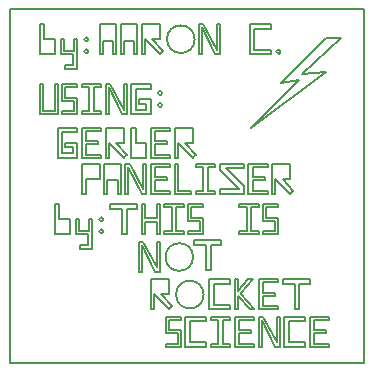
<source format=gko>
G04 #@! TF.FileFunction,Profile,NP*
%FSLAX46Y46*%
G04 Gerber Fmt 4.6, Leading zero omitted, Abs format (unit mm)*
G04 Created by KiCad (PCBNEW 4.0.7-e2-6376~58~ubuntu16.04.1) date Sat Jan 13 11:54:52 2018*
%MOMM*%
%LPD*%
G01*
G04 APERTURE LIST*
%ADD10C,0.100000*%
%ADD11C,0.150000*%
G04 APERTURE END LIST*
D10*
D11*
X156337000Y-93853000D02*
X155067000Y-93853000D01*
X153035000Y-96901000D02*
X156337000Y-93853000D01*
X155067000Y-96774000D02*
X153035000Y-96901000D01*
X154686000Y-97028000D02*
X155067000Y-96774000D01*
X148717000Y-101473000D02*
X154686000Y-97028000D01*
X152781000Y-97409000D02*
X148717000Y-101473000D01*
X151257000Y-97663000D02*
X152781000Y-97409000D01*
X155067000Y-93853000D02*
X151257000Y-97663000D01*
X151182605Y-95048605D02*
G75*
G03X151182605Y-95048605I-179605J0D01*
G01*
X150368000Y-95250000D02*
X150241000Y-95250000D01*
X150368000Y-94869000D02*
X150241000Y-94869000D01*
X150368000Y-95250000D02*
X150368000Y-94869000D01*
X150241000Y-94869000D02*
X148971000Y-94869000D01*
X148590000Y-95250000D02*
X150241000Y-95250000D01*
X148971000Y-94742000D02*
X148971000Y-94869000D01*
X150241000Y-92710000D02*
X148590000Y-92710000D01*
X148590000Y-92710000D02*
X148590000Y-95250000D01*
X148971000Y-93091000D02*
X148971000Y-94742000D01*
X150368000Y-93091000D02*
X150368000Y-92710000D01*
X150241000Y-93091000D02*
X148971000Y-93091000D01*
X150368000Y-93091000D02*
X150241000Y-93091000D01*
X150368000Y-92710000D02*
X150241000Y-92710000D01*
X151003000Y-108204000D02*
X151003000Y-107950000D01*
X149987000Y-109093000D02*
X149987000Y-108204000D01*
X149987000Y-108204000D02*
X151003000Y-108204000D01*
X151003000Y-107950000D02*
X149733000Y-107950000D01*
X149733000Y-107950000D02*
X149733000Y-109347000D01*
X151003000Y-109093000D02*
X149987000Y-109093000D01*
X149733000Y-109347000D02*
X150749000Y-109347000D01*
X150749000Y-109347000D02*
X150749000Y-110236000D01*
X150749000Y-110236000D02*
X149733000Y-110236000D01*
X151003000Y-110490000D02*
X151003000Y-109093000D01*
X149733000Y-110490000D02*
X151003000Y-110490000D01*
X149733000Y-110236000D02*
X149733000Y-110490000D01*
X144653000Y-107950000D02*
X143383000Y-107950000D01*
X144653000Y-109093000D02*
X143637000Y-109093000D01*
X143383000Y-109347000D02*
X144399000Y-109347000D01*
X143637000Y-108204000D02*
X144653000Y-108204000D01*
X144653000Y-108204000D02*
X144653000Y-107950000D01*
X143383000Y-110236000D02*
X143383000Y-110490000D01*
X144399000Y-110236000D02*
X143383000Y-110236000D01*
X143383000Y-110490000D02*
X144653000Y-110490000D01*
X144653000Y-110490000D02*
X144653000Y-109093000D01*
X144399000Y-109347000D02*
X144399000Y-110236000D01*
X143637000Y-109093000D02*
X143637000Y-108204000D01*
X143383000Y-107950000D02*
X143383000Y-109347000D01*
X154051000Y-118618000D02*
X155067000Y-118618000D01*
X155067000Y-118618000D02*
X155067000Y-118872000D01*
X155067000Y-118872000D02*
X154051000Y-118872000D01*
X154051000Y-118872000D02*
X154051000Y-119761000D01*
X155321000Y-117475000D02*
X153670000Y-117475000D01*
X155321000Y-117729000D02*
X155321000Y-117475000D01*
X155321000Y-119761000D02*
X155321000Y-120015000D01*
X153670000Y-120015000D02*
X155321000Y-120015000D01*
X155321000Y-119761000D02*
X154051000Y-119761000D01*
X154051000Y-117729000D02*
X154051000Y-118618000D01*
X154051000Y-117729000D02*
X155321000Y-117729000D01*
X153670000Y-117475000D02*
X153670000Y-120015000D01*
X153162000Y-119634000D02*
X151892000Y-119634000D01*
X153289000Y-120015000D02*
X153162000Y-120015000D01*
X153289000Y-119634000D02*
X153162000Y-119634000D01*
X153289000Y-120015000D02*
X153289000Y-119634000D01*
X151511000Y-120015000D02*
X153162000Y-120015000D01*
X153162000Y-117475000D02*
X151511000Y-117475000D01*
X151511000Y-117475000D02*
X151511000Y-120015000D01*
X151892000Y-117856000D02*
X151892000Y-119507000D01*
X151892000Y-119507000D02*
X151892000Y-119634000D01*
X153289000Y-117475000D02*
X153162000Y-117475000D01*
X153289000Y-117856000D02*
X153162000Y-117856000D01*
X153289000Y-117856000D02*
X153289000Y-117475000D01*
X153162000Y-117856000D02*
X151892000Y-117856000D01*
X150749000Y-120015000D02*
X151130000Y-120015000D01*
X151130000Y-120015000D02*
X151130000Y-117475000D01*
X150876000Y-117475000D02*
X150876000Y-119634000D01*
X149352000Y-120015000D02*
X149606000Y-120015000D01*
X149352000Y-120015000D02*
X149352000Y-117475000D01*
X149606000Y-117729000D02*
X150749000Y-120015000D01*
X149606000Y-120015000D02*
X149606000Y-117729000D01*
X150876000Y-119634000D02*
X149733000Y-117475000D01*
X151130000Y-117475000D02*
X150876000Y-117475000D01*
X149733000Y-117475000D02*
X149606000Y-117475000D01*
X149352000Y-117475000D02*
X149606000Y-117475000D01*
X148971000Y-119761000D02*
X147701000Y-119761000D01*
X148971000Y-119761000D02*
X148971000Y-120015000D01*
X147701000Y-118872000D02*
X147701000Y-119761000D01*
X148717000Y-118872000D02*
X147701000Y-118872000D01*
X148717000Y-118618000D02*
X148717000Y-118872000D01*
X147320000Y-120015000D02*
X148971000Y-120015000D01*
X148971000Y-117729000D02*
X148971000Y-117475000D01*
X147701000Y-117729000D02*
X148971000Y-117729000D01*
X147701000Y-117729000D02*
X147701000Y-118618000D01*
X147701000Y-118618000D02*
X148717000Y-118618000D01*
X148971000Y-117475000D02*
X147320000Y-117475000D01*
X147320000Y-117475000D02*
X147320000Y-120015000D01*
X146939000Y-120015000D02*
X146939000Y-119761000D01*
X146939000Y-119761000D02*
X146304000Y-119761000D01*
X145288000Y-120015000D02*
X146812000Y-120015000D01*
X146812000Y-120015000D02*
X146939000Y-120015000D01*
X146304000Y-117729000D02*
X146939000Y-117729000D01*
X145288000Y-117729000D02*
X145923000Y-117729000D01*
X146939000Y-117729000D02*
X146939000Y-117475000D01*
X145288000Y-117475000D02*
X145288000Y-117729000D01*
X146939000Y-117475000D02*
X145288000Y-117475000D01*
X145923000Y-117729000D02*
X145923000Y-119761000D01*
X145923000Y-119761000D02*
X145288000Y-119761000D01*
X146304000Y-119761000D02*
X146304000Y-117729000D01*
X145288000Y-119761000D02*
X145288000Y-120015000D01*
X143510000Y-119507000D02*
X143510000Y-119634000D01*
X143510000Y-117856000D02*
X143510000Y-119507000D01*
X143129000Y-117475000D02*
X143129000Y-120015000D01*
X144780000Y-119634000D02*
X143510000Y-119634000D01*
X144780000Y-117856000D02*
X143510000Y-117856000D01*
X144780000Y-117475000D02*
X143129000Y-117475000D01*
X143129000Y-120015000D02*
X144780000Y-120015000D01*
X144907000Y-120015000D02*
X144780000Y-120015000D01*
X144907000Y-119634000D02*
X144780000Y-119634000D01*
X144907000Y-117856000D02*
X144780000Y-117856000D01*
X144907000Y-117475000D02*
X144780000Y-117475000D01*
X144907000Y-117856000D02*
X144907000Y-117475000D01*
X144907000Y-120015000D02*
X144907000Y-119634000D01*
X142748000Y-118618000D02*
X141732000Y-118618000D01*
X142748000Y-120015000D02*
X142748000Y-118618000D01*
X141478000Y-120015000D02*
X142748000Y-120015000D01*
X141478000Y-119761000D02*
X141478000Y-120015000D01*
X142748000Y-117475000D02*
X141478000Y-117475000D01*
X142748000Y-117729000D02*
X142748000Y-117475000D01*
X141732000Y-117729000D02*
X142748000Y-117729000D01*
X141732000Y-118618000D02*
X141732000Y-117729000D01*
X142494000Y-119761000D02*
X141478000Y-119761000D01*
X142494000Y-118872000D02*
X142494000Y-119761000D01*
X141478000Y-118872000D02*
X142494000Y-118872000D01*
X141478000Y-117475000D02*
X141478000Y-118872000D01*
X153416000Y-114300000D02*
X153670000Y-114300000D01*
X153670000Y-114427000D02*
X153670000Y-114300000D01*
X151384000Y-114300000D02*
X153416000Y-114300000D01*
X151384000Y-114681000D02*
X151384000Y-114300000D01*
X152400000Y-114681000D02*
X151384000Y-114681000D01*
X152781000Y-116840000D02*
X152400000Y-116840000D01*
X152781000Y-116840000D02*
X152781000Y-114681000D01*
X152400000Y-116840000D02*
X152400000Y-114681000D01*
X153670000Y-114681000D02*
X153670000Y-114427000D01*
X152781000Y-114681000D02*
X153670000Y-114681000D01*
X149733000Y-114554000D02*
X151003000Y-114554000D01*
X149733000Y-115443000D02*
X150749000Y-115443000D01*
X151003000Y-114300000D02*
X149352000Y-114300000D01*
X151003000Y-114554000D02*
X151003000Y-114300000D01*
X149733000Y-114554000D02*
X149733000Y-115443000D01*
X150749000Y-115443000D02*
X150749000Y-115697000D01*
X150749000Y-115697000D02*
X149733000Y-115697000D01*
X149733000Y-115697000D02*
X149733000Y-116586000D01*
X151003000Y-116586000D02*
X151003000Y-116840000D01*
X149352000Y-116840000D02*
X151003000Y-116840000D01*
X151003000Y-116586000D02*
X149733000Y-116586000D01*
X149352000Y-114300000D02*
X149352000Y-116840000D01*
X147828000Y-115570000D02*
X147828000Y-115443000D01*
X148971000Y-116840000D02*
X147828000Y-115570000D01*
X148844000Y-114300000D02*
X147828000Y-115443000D01*
X148717000Y-114300000D02*
X148844000Y-114300000D01*
X148844000Y-116840000D02*
X148971000Y-116840000D01*
X148717000Y-116840000D02*
X148844000Y-116840000D01*
X148590000Y-116840000D02*
X148717000Y-116840000D01*
X148463000Y-114300000D02*
X148717000Y-114300000D01*
X147574000Y-114300000D02*
X147320000Y-114300000D01*
X147574000Y-115316000D02*
X147574000Y-114300000D01*
X148463000Y-114300000D02*
X147574000Y-115316000D01*
X147574000Y-115697000D02*
X148590000Y-116840000D01*
X147574000Y-116840000D02*
X147574000Y-115697000D01*
X147320000Y-116840000D02*
X147574000Y-116840000D01*
X147320000Y-114300000D02*
X147320000Y-116840000D01*
X146939000Y-116840000D02*
X146812000Y-116840000D01*
X146939000Y-116459000D02*
X146812000Y-116459000D01*
X146939000Y-114681000D02*
X146812000Y-114681000D01*
X146939000Y-114300000D02*
X146812000Y-114300000D01*
X146939000Y-114681000D02*
X146939000Y-114300000D01*
X146812000Y-116459000D02*
X145542000Y-116459000D01*
X146939000Y-116840000D02*
X146939000Y-116459000D01*
X145542000Y-116332000D02*
X145542000Y-116459000D01*
X145542000Y-114681000D02*
X145542000Y-116332000D01*
X146812000Y-114681000D02*
X145542000Y-114681000D01*
X145161000Y-116840000D02*
X146812000Y-116840000D01*
X145161000Y-114300000D02*
X145161000Y-116840000D01*
X146812000Y-114300000D02*
X145161000Y-114300000D01*
X144680882Y-115597882D02*
G75*
G03X144680882Y-115597882I-1170882J0D01*
G01*
X141732000Y-116840000D02*
X141859000Y-116713000D01*
X141859000Y-116713000D02*
X141986000Y-116586000D01*
X141986000Y-116586000D02*
X141097000Y-115570000D01*
X141732000Y-115570000D02*
X141732000Y-114300000D01*
X140208000Y-114300000D02*
X140208000Y-116840000D01*
X140462000Y-115570000D02*
X141732000Y-116840000D01*
X141097000Y-115570000D02*
X141732000Y-115570000D01*
X141732000Y-114300000D02*
X140208000Y-114300000D01*
X140462000Y-116840000D02*
X140462000Y-115570000D01*
X140208000Y-116840000D02*
X140462000Y-116840000D01*
X145288000Y-113538000D02*
X145288000Y-111379000D01*
X146177000Y-111379000D02*
X146177000Y-111125000D01*
X146177000Y-111125000D02*
X146177000Y-110998000D01*
X145288000Y-111379000D02*
X146177000Y-111379000D01*
X145923000Y-110998000D02*
X146177000Y-110998000D01*
X143891000Y-110998000D02*
X145923000Y-110998000D01*
X144907000Y-111379000D02*
X143891000Y-111379000D01*
X144907000Y-113538000D02*
X144907000Y-111379000D01*
X145288000Y-113538000D02*
X144907000Y-113538000D01*
X143891000Y-111379000D02*
X143891000Y-110998000D01*
X143791882Y-112422882D02*
G75*
G03X143791882Y-112422882I-1170882J0D01*
G01*
X139192000Y-113665000D02*
X139192000Y-111125000D01*
X139446000Y-113665000D02*
X139446000Y-111379000D01*
X139192000Y-113665000D02*
X139446000Y-113665000D01*
X139192000Y-111125000D02*
X139446000Y-111125000D01*
X139446000Y-111379000D02*
X140589000Y-113665000D01*
X140970000Y-113665000D02*
X140970000Y-111125000D01*
X140589000Y-113665000D02*
X140970000Y-113665000D01*
X140716000Y-113284000D02*
X139573000Y-111125000D01*
X140716000Y-111125000D02*
X140716000Y-113284000D01*
X139573000Y-111125000D02*
X139446000Y-111125000D01*
X140970000Y-111125000D02*
X140716000Y-111125000D01*
X148717000Y-110236000D02*
X148717000Y-108204000D01*
X148336000Y-108204000D02*
X148336000Y-110236000D01*
X149352000Y-110236000D02*
X148717000Y-110236000D01*
X147701000Y-110236000D02*
X147701000Y-110490000D01*
X149225000Y-110490000D02*
X149352000Y-110490000D01*
X148336000Y-110236000D02*
X147701000Y-110236000D01*
X147701000Y-110490000D02*
X149225000Y-110490000D01*
X149352000Y-110490000D02*
X149352000Y-110236000D01*
X148717000Y-108204000D02*
X149352000Y-108204000D01*
X147701000Y-108204000D02*
X148336000Y-108204000D01*
X149352000Y-108204000D02*
X149352000Y-107950000D01*
X149352000Y-107950000D02*
X147701000Y-107950000D01*
X147701000Y-107950000D02*
X147701000Y-108204000D01*
X139700000Y-107950000D02*
X139446000Y-107950000D01*
X139700000Y-109093000D02*
X139700000Y-107950000D01*
X140716000Y-109093000D02*
X139700000Y-109093000D01*
X140716000Y-107950000D02*
X140716000Y-109093000D01*
X140970000Y-107950000D02*
X140716000Y-107950000D01*
X140970000Y-110490000D02*
X140970000Y-107950000D01*
X140716000Y-110490000D02*
X140970000Y-110490000D01*
X140716000Y-109474000D02*
X140716000Y-110490000D01*
X139700000Y-109474000D02*
X140716000Y-109474000D01*
X139700000Y-110490000D02*
X139700000Y-109474000D01*
X139446000Y-110490000D02*
X139700000Y-110490000D01*
X139446000Y-107950000D02*
X139446000Y-110490000D01*
X139065000Y-108077000D02*
X139065000Y-107950000D01*
X139065000Y-108331000D02*
X139065000Y-108077000D01*
X138176000Y-108331000D02*
X139065000Y-108331000D01*
X138176000Y-110490000D02*
X138176000Y-108331000D01*
X136779000Y-108331000D02*
X136779000Y-107950000D01*
X137795000Y-108331000D02*
X136779000Y-108331000D01*
X137795000Y-110490000D02*
X137795000Y-108331000D01*
X138176000Y-110490000D02*
X137795000Y-110490000D01*
X138811000Y-107950000D02*
X139065000Y-107950000D01*
X136779000Y-107950000D02*
X138811000Y-107950000D01*
X142367000Y-110236000D02*
X142367000Y-108204000D01*
X141351000Y-108204000D02*
X141986000Y-108204000D01*
X141351000Y-107950000D02*
X141351000Y-108204000D01*
X141986000Y-108204000D02*
X141986000Y-110236000D01*
X142367000Y-108204000D02*
X143002000Y-108204000D01*
X143002000Y-108204000D02*
X143002000Y-107950000D01*
X143002000Y-107950000D02*
X141351000Y-107950000D01*
X143002000Y-110236000D02*
X142367000Y-110236000D01*
X142875000Y-110490000D02*
X143002000Y-110490000D01*
X141986000Y-110236000D02*
X141351000Y-110236000D01*
X143002000Y-110490000D02*
X143002000Y-110236000D01*
X141351000Y-110236000D02*
X141351000Y-110490000D01*
X141351000Y-110490000D02*
X142875000Y-110490000D01*
X136196605Y-109220000D02*
G75*
G03X136196605Y-109220000I-179605J0D01*
G01*
X136196605Y-110236000D02*
G75*
G03X136196605Y-110236000I-179605J0D01*
G01*
X135001000Y-110236000D02*
X134112000Y-110236000D01*
X134239000Y-111760000D02*
X135255000Y-111760000D01*
X135001000Y-109220000D02*
X135001000Y-110236000D01*
X135255000Y-109220000D02*
X135001000Y-109220000D01*
X135255000Y-111760000D02*
X135255000Y-109220000D01*
X134239000Y-111379000D02*
X134239000Y-111760000D01*
X133858000Y-109220000D02*
X134112000Y-109220000D01*
X134112000Y-110236000D02*
X134112000Y-109220000D01*
X134874000Y-111379000D02*
X134239000Y-111379000D01*
X133858000Y-110490000D02*
X134874000Y-110490000D01*
X133858000Y-109220000D02*
X133858000Y-110490000D01*
X134874000Y-110490000D02*
X134874000Y-111379000D01*
X132080000Y-107950000D02*
X132461000Y-107950000D01*
X133350000Y-109220000D02*
X132461000Y-109220000D01*
X133350000Y-110490000D02*
X133350000Y-109220000D01*
X132461000Y-109220000D02*
X132461000Y-107950000D01*
X132080000Y-107950000D02*
X132080000Y-110490000D01*
X132080000Y-110490000D02*
X133350000Y-110490000D01*
X146050000Y-105029000D02*
X146050000Y-104902000D01*
X147701000Y-106680000D02*
X146050000Y-105029000D01*
X148082000Y-106426000D02*
X146558000Y-104902000D01*
X150114000Y-106807000D02*
X150114000Y-107061000D01*
X148463000Y-107061000D02*
X150114000Y-107061000D01*
X150114000Y-106807000D02*
X148844000Y-106807000D01*
X150114000Y-104521000D02*
X148463000Y-104521000D01*
X148844000Y-104775000D02*
X150114000Y-104775000D01*
X152019000Y-104521000D02*
X150495000Y-104521000D01*
X150495000Y-104521000D02*
X150495000Y-107061000D01*
X150749000Y-107061000D02*
X150749000Y-105791000D01*
X150495000Y-107061000D02*
X150749000Y-107061000D01*
X150749000Y-105791000D02*
X152019000Y-107061000D01*
X148463000Y-104521000D02*
X148463000Y-107061000D01*
X148844000Y-104775000D02*
X148844000Y-105664000D01*
X148844000Y-105918000D02*
X148844000Y-106807000D01*
X148844000Y-105664000D02*
X149860000Y-105664000D01*
X149860000Y-105918000D02*
X148844000Y-105918000D01*
X149860000Y-105664000D02*
X149860000Y-105918000D01*
X150114000Y-104775000D02*
X150114000Y-104521000D01*
X152019000Y-107061000D02*
X152146000Y-106934000D01*
X151384000Y-105791000D02*
X152019000Y-105791000D01*
X152273000Y-106807000D02*
X151384000Y-105791000D01*
X152146000Y-106934000D02*
X152273000Y-106807000D01*
X152019000Y-105791000D02*
X152019000Y-104521000D01*
X146050000Y-104521000D02*
X146050000Y-104648000D01*
X146050000Y-106680000D02*
X146050000Y-107061000D01*
X147701000Y-106680000D02*
X146050000Y-106680000D01*
X146050000Y-104648000D02*
X146050000Y-104902000D01*
X148082000Y-104902000D02*
X148082000Y-104521000D01*
X146558000Y-104902000D02*
X148082000Y-104902000D01*
X148082000Y-104521000D02*
X146050000Y-104521000D01*
X148082000Y-107061000D02*
X148082000Y-106426000D01*
X146050000Y-107061000D02*
X148082000Y-107061000D01*
X144653000Y-104775000D02*
X144653000Y-106807000D01*
X144018000Y-106807000D02*
X144018000Y-107061000D01*
X144653000Y-106807000D02*
X144018000Y-106807000D01*
X144018000Y-104775000D02*
X144653000Y-104775000D01*
X144018000Y-104521000D02*
X144018000Y-104775000D01*
X145669000Y-104521000D02*
X144018000Y-104521000D01*
X145669000Y-104775000D02*
X145669000Y-104521000D01*
X145542000Y-107061000D02*
X145669000Y-107061000D01*
X145034000Y-104775000D02*
X145669000Y-104775000D01*
X145034000Y-106807000D02*
X145034000Y-104775000D01*
X145669000Y-106807000D02*
X145034000Y-106807000D01*
X145669000Y-107061000D02*
X145669000Y-106807000D01*
X144018000Y-107061000D02*
X145542000Y-107061000D01*
X142494000Y-104521000D02*
X142240000Y-104521000D01*
X142494000Y-106807000D02*
X142494000Y-104521000D01*
X143637000Y-106807000D02*
X142494000Y-106807000D01*
X143637000Y-107061000D02*
X143637000Y-106807000D01*
X142240000Y-107061000D02*
X143637000Y-107061000D01*
X142240000Y-104521000D02*
X142240000Y-107061000D01*
X141859000Y-106807000D02*
X140589000Y-106807000D01*
X141605000Y-105664000D02*
X141605000Y-105918000D01*
X140208000Y-107061000D02*
X141859000Y-107061000D01*
X141859000Y-106807000D02*
X141859000Y-107061000D01*
X140589000Y-105918000D02*
X140589000Y-106807000D01*
X140589000Y-105664000D02*
X141605000Y-105664000D01*
X141605000Y-105918000D02*
X140589000Y-105918000D01*
X140589000Y-104775000D02*
X141859000Y-104775000D01*
X141859000Y-104521000D02*
X140208000Y-104521000D01*
X140208000Y-104521000D02*
X140208000Y-107061000D01*
X141859000Y-104775000D02*
X141859000Y-104521000D01*
X140589000Y-104775000D02*
X140589000Y-105664000D01*
X138049000Y-104521000D02*
X138303000Y-104521000D01*
X138303000Y-107061000D02*
X138303000Y-104775000D01*
X139446000Y-107061000D02*
X139827000Y-107061000D01*
X138303000Y-104775000D02*
X139446000Y-107061000D01*
X139827000Y-107061000D02*
X139827000Y-104521000D01*
X138049000Y-107061000D02*
X138303000Y-107061000D01*
X138049000Y-107061000D02*
X138049000Y-104521000D01*
X139827000Y-104521000D02*
X139573000Y-104521000D01*
X138430000Y-104521000D02*
X138303000Y-104521000D01*
X139573000Y-106680000D02*
X138430000Y-104521000D01*
X139573000Y-104521000D02*
X139573000Y-106680000D01*
X137668000Y-104521000D02*
X136271000Y-104521000D01*
X137668000Y-107061000D02*
X137668000Y-104521000D01*
X137541000Y-107061000D02*
X137668000Y-107061000D01*
X137414000Y-107061000D02*
X137541000Y-107061000D01*
X137414000Y-105918000D02*
X137414000Y-107061000D01*
X137287000Y-105918000D02*
X137414000Y-105918000D01*
X136525000Y-105918000D02*
X137287000Y-105918000D01*
X136525000Y-107061000D02*
X136525000Y-105918000D01*
X136271000Y-107061000D02*
X136525000Y-107061000D01*
X136271000Y-104521000D02*
X136271000Y-107061000D01*
X135890000Y-104521000D02*
X134366000Y-104521000D01*
X135890000Y-105791000D02*
X135890000Y-104521000D01*
X134747000Y-105791000D02*
X135890000Y-105791000D01*
X134747000Y-107061000D02*
X134747000Y-105791000D01*
X134366000Y-107061000D02*
X134747000Y-107061000D01*
X134366000Y-104521000D02*
X134366000Y-107061000D01*
X140208000Y-104013000D02*
X141859000Y-104013000D01*
X140589000Y-102870000D02*
X140589000Y-103759000D01*
X141605000Y-102616000D02*
X141605000Y-102870000D01*
X141859000Y-103759000D02*
X140589000Y-103759000D01*
X141859000Y-103759000D02*
X141859000Y-104013000D01*
X141605000Y-102870000D02*
X140589000Y-102870000D01*
X140589000Y-102616000D02*
X141605000Y-102616000D01*
X140589000Y-101727000D02*
X140589000Y-102616000D01*
X141859000Y-101473000D02*
X140208000Y-101473000D01*
X141859000Y-101727000D02*
X141859000Y-101473000D01*
X140589000Y-101727000D02*
X141859000Y-101727000D01*
X140208000Y-101473000D02*
X140208000Y-104013000D01*
X144018000Y-103759000D02*
X143129000Y-102743000D01*
X143891000Y-103886000D02*
X144018000Y-103759000D01*
X143764000Y-102743000D02*
X143764000Y-101473000D01*
X142240000Y-101473000D02*
X142240000Y-104013000D01*
X143764000Y-101473000D02*
X142240000Y-101473000D01*
X142494000Y-104013000D02*
X142494000Y-102743000D01*
X142494000Y-102743000D02*
X143764000Y-104013000D01*
X142240000Y-104013000D02*
X142494000Y-104013000D01*
X143129000Y-102743000D02*
X143764000Y-102743000D01*
X143764000Y-104013000D02*
X143891000Y-103886000D01*
X138557000Y-104013000D02*
X139827000Y-104013000D01*
X138557000Y-101473000D02*
X138938000Y-101473000D01*
X138938000Y-102743000D02*
X138938000Y-101473000D01*
X139827000Y-102743000D02*
X138938000Y-102743000D01*
X139827000Y-104013000D02*
X139827000Y-102743000D01*
X138557000Y-101473000D02*
X138557000Y-104013000D01*
X138176000Y-103759000D02*
X137287000Y-102743000D01*
X138049000Y-103886000D02*
X138176000Y-103759000D01*
X137922000Y-104013000D02*
X138049000Y-103886000D01*
X137922000Y-101473000D02*
X136398000Y-101473000D01*
X137922000Y-102743000D02*
X137922000Y-101473000D01*
X137287000Y-102743000D02*
X137922000Y-102743000D01*
X136652000Y-102743000D02*
X137922000Y-104013000D01*
X136652000Y-104013000D02*
X136652000Y-102743000D01*
X136398000Y-104013000D02*
X136652000Y-104013000D01*
X136398000Y-101473000D02*
X136398000Y-104013000D01*
X135763000Y-102870000D02*
X134747000Y-102870000D01*
X135763000Y-102616000D02*
X135763000Y-102870000D01*
X134747000Y-102616000D02*
X135763000Y-102616000D01*
X134747000Y-102870000D02*
X134747000Y-103759000D01*
X134747000Y-101727000D02*
X134747000Y-102616000D01*
X136017000Y-103759000D02*
X136017000Y-104013000D01*
X134366000Y-101473000D02*
X134366000Y-104013000D01*
X136017000Y-101473000D02*
X134366000Y-101473000D01*
X136017000Y-101727000D02*
X136017000Y-101473000D01*
X134747000Y-101727000D02*
X136017000Y-101727000D01*
X136017000Y-103759000D02*
X134747000Y-103759000D01*
X134366000Y-104013000D02*
X136017000Y-104013000D01*
X133985000Y-101473000D02*
X132334000Y-101473000D01*
X133985000Y-101854000D02*
X133985000Y-101473000D01*
X132715000Y-101854000D02*
X133985000Y-101854000D01*
X132715000Y-103632000D02*
X132715000Y-101854000D01*
X132334000Y-101473000D02*
X132334000Y-104013000D01*
X133604000Y-103632000D02*
X132715000Y-103632000D01*
X132969000Y-102743000D02*
X132969000Y-103124000D01*
X133604000Y-103124000D02*
X133604000Y-103632000D01*
X132969000Y-103124000D02*
X133604000Y-103124000D01*
X133985000Y-102743000D02*
X132969000Y-102743000D01*
X133985000Y-104013000D02*
X133985000Y-102743000D01*
X132334000Y-104013000D02*
X133985000Y-104013000D01*
X141149605Y-99568000D02*
G75*
G03X141149605Y-99568000I-179605J0D01*
G01*
X141149605Y-98552000D02*
G75*
G03X141149605Y-98552000I-179605J0D01*
G01*
X140208000Y-97790000D02*
X138557000Y-97790000D01*
X140208000Y-98171000D02*
X140208000Y-97790000D01*
X138938000Y-98171000D02*
X140208000Y-98171000D01*
X138938000Y-99949000D02*
X138938000Y-98171000D01*
X139827000Y-99949000D02*
X138938000Y-99949000D01*
X139827000Y-99441000D02*
X139827000Y-99949000D01*
X139192000Y-99441000D02*
X139827000Y-99441000D01*
X139192000Y-99060000D02*
X139192000Y-99441000D01*
X140208000Y-99060000D02*
X139192000Y-99060000D01*
X140208000Y-100330000D02*
X140208000Y-99060000D01*
X138557000Y-100330000D02*
X140208000Y-100330000D01*
X138557000Y-97790000D02*
X138557000Y-100330000D01*
X136779000Y-97790000D02*
X136652000Y-97790000D01*
X137922000Y-99949000D02*
X136779000Y-97790000D01*
X137922000Y-97790000D02*
X137922000Y-99949000D01*
X138176000Y-97790000D02*
X137922000Y-97790000D01*
X138176000Y-100330000D02*
X138176000Y-97790000D01*
X137795000Y-100330000D02*
X138176000Y-100330000D01*
X136652000Y-98044000D02*
X137795000Y-100330000D01*
X136652000Y-100330000D02*
X136652000Y-98044000D01*
X136398000Y-100330000D02*
X136652000Y-100330000D01*
X136398000Y-97790000D02*
X136652000Y-97790000D01*
X136398000Y-100330000D02*
X136398000Y-97790000D01*
X136017000Y-97790000D02*
X134366000Y-97790000D01*
X136017000Y-98044000D02*
X136017000Y-97790000D01*
X135382000Y-98044000D02*
X136017000Y-98044000D01*
X135382000Y-100076000D02*
X135382000Y-98044000D01*
X136017000Y-100076000D02*
X135382000Y-100076000D01*
X136017000Y-100330000D02*
X136017000Y-100076000D01*
X135890000Y-100330000D02*
X136017000Y-100330000D01*
X134366000Y-100330000D02*
X135890000Y-100330000D01*
X134366000Y-100076000D02*
X134366000Y-100330000D01*
X135001000Y-100076000D02*
X134366000Y-100076000D01*
X135001000Y-98044000D02*
X135001000Y-100076000D01*
X134366000Y-98044000D02*
X135001000Y-98044000D01*
X134366000Y-97790000D02*
X134366000Y-98044000D01*
X133985000Y-97790000D02*
X132715000Y-97790000D01*
X133985000Y-98044000D02*
X133985000Y-97790000D01*
X132969000Y-98044000D02*
X133985000Y-98044000D01*
X132969000Y-98933000D02*
X132969000Y-98044000D01*
X133985000Y-98933000D02*
X132969000Y-98933000D01*
X133985000Y-100330000D02*
X133985000Y-98933000D01*
X132715000Y-100330000D02*
X133985000Y-100330000D01*
X132715000Y-100076000D02*
X132715000Y-100330000D01*
X133731000Y-100076000D02*
X132715000Y-100076000D01*
X133731000Y-99187000D02*
X133731000Y-100076000D01*
X132715000Y-99187000D02*
X133731000Y-99187000D01*
X132715000Y-97790000D02*
X132715000Y-99187000D01*
X131064000Y-97790000D02*
X130810000Y-97790000D01*
X131064000Y-100076000D02*
X131064000Y-97790000D01*
X132080000Y-100076000D02*
X131064000Y-100076000D01*
X132080000Y-97790000D02*
X132080000Y-100076000D01*
X132334000Y-97790000D02*
X132080000Y-97790000D01*
X132334000Y-100330000D02*
X132334000Y-97790000D01*
X132207000Y-100330000D02*
X132334000Y-100330000D01*
X130810000Y-100330000D02*
X132207000Y-100330000D01*
X130810000Y-97790000D02*
X130810000Y-100330000D01*
X144653000Y-92710000D02*
X144526000Y-92710000D01*
X145796000Y-94869000D02*
X144653000Y-92710000D01*
X145796000Y-92710000D02*
X145796000Y-94869000D01*
X146050000Y-92710000D02*
X145796000Y-92710000D01*
X146050000Y-95250000D02*
X146050000Y-92710000D01*
X145669000Y-95250000D02*
X146050000Y-95250000D01*
X144526000Y-92964000D02*
X145669000Y-95250000D01*
X144526000Y-95250000D02*
X144526000Y-92964000D01*
X144272000Y-95250000D02*
X144526000Y-95250000D01*
X144272000Y-92710000D02*
X144526000Y-92710000D01*
X144272000Y-95250000D02*
X144272000Y-92710000D01*
X143918882Y-93980000D02*
G75*
G03X143918882Y-93980000I-1170882J0D01*
G01*
X140970000Y-92710000D02*
X139446000Y-92710000D01*
X140970000Y-93980000D02*
X140970000Y-92710000D01*
X140335000Y-93980000D02*
X140970000Y-93980000D01*
X141224000Y-94996000D02*
X140335000Y-93980000D01*
X141097000Y-95123000D02*
X141224000Y-94996000D01*
X140970000Y-95250000D02*
X141097000Y-95123000D01*
X139700000Y-93980000D02*
X140970000Y-95250000D01*
X139700000Y-95250000D02*
X139700000Y-93980000D01*
X139446000Y-95250000D02*
X139700000Y-95250000D01*
X139446000Y-92710000D02*
X139446000Y-95250000D01*
X137922000Y-95250000D02*
X137668000Y-95250000D01*
X137922000Y-94107000D02*
X137922000Y-95250000D01*
X138811000Y-94107000D02*
X137922000Y-94107000D01*
X138811000Y-95250000D02*
X138811000Y-94107000D01*
X139065000Y-95250000D02*
X138811000Y-95250000D01*
X139065000Y-92710000D02*
X139065000Y-95250000D01*
X137668000Y-92710000D02*
X139065000Y-92710000D01*
X137668000Y-95250000D02*
X137668000Y-92710000D01*
X137287000Y-92710000D02*
X135890000Y-92710000D01*
X137287000Y-95250000D02*
X137287000Y-92710000D01*
X137160000Y-95250000D02*
X137287000Y-95250000D01*
X137033000Y-95250000D02*
X137160000Y-95250000D01*
X137033000Y-94107000D02*
X137033000Y-95250000D01*
X136906000Y-94107000D02*
X137033000Y-94107000D01*
X136144000Y-94107000D02*
X136906000Y-94107000D01*
X136144000Y-95250000D02*
X136144000Y-94107000D01*
X135890000Y-95250000D02*
X136144000Y-95250000D01*
X135890000Y-92710000D02*
X135890000Y-95250000D01*
X134926605Y-94996000D02*
G75*
G03X134926605Y-94996000I-179605J0D01*
G01*
X134926605Y-93980000D02*
G75*
G03X134926605Y-93980000I-179605J0D01*
G01*
X132588000Y-93980000D02*
X132842000Y-93980000D01*
X132842000Y-94996000D02*
X132842000Y-93980000D01*
X133731000Y-94996000D02*
X132842000Y-94996000D01*
X133731000Y-93980000D02*
X133731000Y-94996000D01*
X133985000Y-93980000D02*
X133731000Y-93980000D01*
X133985000Y-96520000D02*
X133985000Y-93980000D01*
X132969000Y-96520000D02*
X133985000Y-96520000D01*
X132969000Y-96139000D02*
X132969000Y-96520000D01*
X133604000Y-96139000D02*
X132969000Y-96139000D01*
X133604000Y-95250000D02*
X133604000Y-96139000D01*
X132588000Y-95250000D02*
X133604000Y-95250000D01*
X132588000Y-93980000D02*
X132588000Y-95250000D01*
X130810000Y-92710000D02*
X131191000Y-92710000D01*
X131191000Y-93980000D02*
X131191000Y-92710000D01*
X132080000Y-93980000D02*
X131191000Y-93980000D01*
X132080000Y-95250000D02*
X132080000Y-93980000D01*
X130810000Y-95250000D02*
X132080000Y-95250000D01*
X130810000Y-92710000D02*
X130810000Y-95250000D01*
X128270000Y-91440000D02*
X128270000Y-121412000D01*
X158242000Y-121412000D02*
X128270000Y-121412000D01*
X158242000Y-91440000D02*
X158242000Y-121412000D01*
X128270000Y-91440000D02*
X158242000Y-91440000D01*
M02*

</source>
